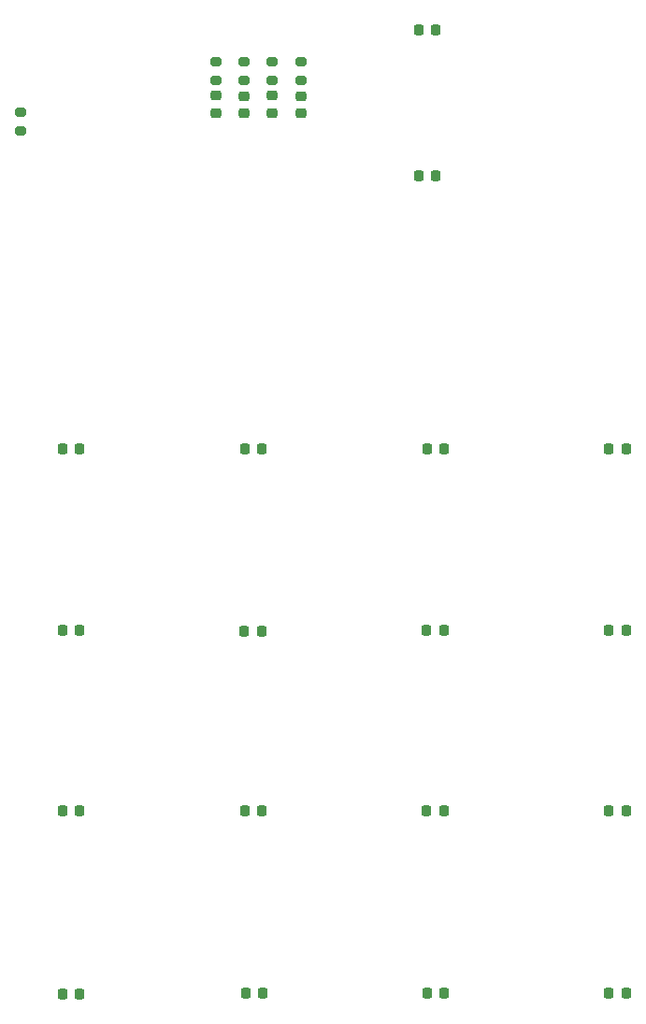
<source format=gtp>
%TF.GenerationSoftware,KiCad,Pcbnew,8.0.8*%
%TF.CreationDate,2025-02-24T16:27:27+09:00*%
%TF.ProjectId,keyboard,6b657962-6f61-4726-942e-6b696361645f,rev?*%
%TF.SameCoordinates,Original*%
%TF.FileFunction,Paste,Top*%
%TF.FilePolarity,Positive*%
%FSLAX46Y46*%
G04 Gerber Fmt 4.6, Leading zero omitted, Abs format (unit mm)*
G04 Created by KiCad (PCBNEW 8.0.8) date 2025-02-24 16:27:27*
%MOMM*%
%LPD*%
G01*
G04 APERTURE LIST*
G04 Aperture macros list*
%AMRoundRect*
0 Rectangle with rounded corners*
0 $1 Rounding radius*
0 $2 $3 $4 $5 $6 $7 $8 $9 X,Y pos of 4 corners*
0 Add a 4 corners polygon primitive as box body*
4,1,4,$2,$3,$4,$5,$6,$7,$8,$9,$2,$3,0*
0 Add four circle primitives for the rounded corners*
1,1,$1+$1,$2,$3*
1,1,$1+$1,$4,$5*
1,1,$1+$1,$6,$7*
1,1,$1+$1,$8,$9*
0 Add four rect primitives between the rounded corners*
20,1,$1+$1,$2,$3,$4,$5,0*
20,1,$1+$1,$4,$5,$6,$7,0*
20,1,$1+$1,$6,$7,$8,$9,0*
20,1,$1+$1,$8,$9,$2,$3,0*%
G04 Aperture macros list end*
%ADD10RoundRect,0.218750X-0.218750X-0.256250X0.218750X-0.256250X0.218750X0.256250X-0.218750X0.256250X0*%
%ADD11RoundRect,0.200000X0.275000X-0.200000X0.275000X0.200000X-0.275000X0.200000X-0.275000X-0.200000X0*%
%ADD12RoundRect,0.218750X0.256250X-0.218750X0.256250X0.218750X-0.256250X0.218750X-0.256250X-0.218750X0*%
%ADD13RoundRect,0.225000X0.225000X0.250000X-0.225000X0.250000X-0.225000X-0.250000X0.225000X-0.250000X0*%
G04 APERTURE END LIST*
D10*
%TO.C,D16*%
X111712500Y-109100000D03*
X113287500Y-109100000D03*
%TD*%
%TO.C,D1*%
X111725000Y-142100000D03*
X113300000Y-142100000D03*
%TD*%
%TO.C,D11*%
X144725000Y-92700000D03*
X146300000Y-92700000D03*
%TD*%
%TO.C,D13*%
X128225000Y-92700000D03*
X129800000Y-92700000D03*
%TD*%
D11*
%TO.C,R20*%
X125670000Y-59317500D03*
X125670000Y-57667500D03*
%TD*%
D12*
%TO.C,D17*%
X133310000Y-62332500D03*
X133310000Y-60757500D03*
%TD*%
D10*
%TO.C,D9*%
X161225000Y-92700000D03*
X162800000Y-92700000D03*
%TD*%
%TO.C,D14*%
X128200000Y-109200000D03*
X129775000Y-109200000D03*
%TD*%
%TO.C,D15*%
X111725000Y-92700000D03*
X113300000Y-92700000D03*
%TD*%
D11*
%TO.C,R21*%
X107940000Y-63915000D03*
X107940000Y-62265000D03*
%TD*%
D13*
%TO.C,C1*%
X145560000Y-68020000D03*
X144010000Y-68020000D03*
%TD*%
D10*
%TO.C,D12*%
X144712500Y-109100000D03*
X146287500Y-109100000D03*
%TD*%
%TO.C,D7*%
X128212500Y-125500000D03*
X129787500Y-125500000D03*
%TD*%
D12*
%TO.C,D18*%
X130750000Y-62307500D03*
X130750000Y-60732500D03*
%TD*%
D10*
%TO.C,D3*%
X144725000Y-142000000D03*
X146300000Y-142000000D03*
%TD*%
D11*
%TO.C,R19*%
X128150000Y-59350000D03*
X128150000Y-57700000D03*
%TD*%
D13*
%TO.C,C2*%
X145510000Y-54760000D03*
X143960000Y-54760000D03*
%TD*%
D10*
%TO.C,D10*%
X161225000Y-109100000D03*
X162800000Y-109100000D03*
%TD*%
D11*
%TO.C,R18*%
X130750000Y-59325000D03*
X130750000Y-57675000D03*
%TD*%
%TO.C,R17*%
X133300000Y-59350000D03*
X133300000Y-57700000D03*
%TD*%
D10*
%TO.C,D4*%
X161225000Y-142000000D03*
X162800000Y-142000000D03*
%TD*%
%TO.C,D5*%
X161212500Y-125500000D03*
X162787500Y-125500000D03*
%TD*%
D12*
%TO.C,D20*%
X125650000Y-62300000D03*
X125650000Y-60725000D03*
%TD*%
D10*
%TO.C,D8*%
X111712500Y-125500000D03*
X113287500Y-125500000D03*
%TD*%
D12*
%TO.C,D19*%
X128140000Y-62332500D03*
X128140000Y-60757500D03*
%TD*%
D10*
%TO.C,D2*%
X128300000Y-142000000D03*
X129875000Y-142000000D03*
%TD*%
%TO.C,D6*%
X144712500Y-125500000D03*
X146287500Y-125500000D03*
%TD*%
M02*

</source>
